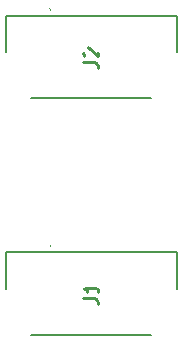
<source format=gto>
G04 #@! TF.GenerationSoftware,KiCad,Pcbnew,7.0.7-7.0.7~ubuntu22.04.1*
G04 #@! TF.CreationDate,2023-10-15T17:29:46+01:00*
G04 #@! TF.ProjectId,USB_distri,5553425f-6469-4737-9472-692e6b696361,rev?*
G04 #@! TF.SameCoordinates,Original*
G04 #@! TF.FileFunction,Legend,Top*
G04 #@! TF.FilePolarity,Positive*
%FSLAX46Y46*%
G04 Gerber Fmt 4.6, Leading zero omitted, Abs format (unit mm)*
G04 Created by KiCad (PCBNEW 7.0.7-7.0.7~ubuntu22.04.1) date 2023-10-15 17:29:46*
%MOMM*%
%LPD*%
G01*
G04 APERTURE LIST*
%ADD10C,0.254000*%
%ADD11C,0.200000*%
%ADD12C,0.100000*%
%ADD13C,3.200000*%
%ADD14R,1.500000X1.500000*%
%ADD15C,1.500000*%
%ADD16C,3.450000*%
%ADD17R,3.000000X3.000000*%
%ADD18C,3.000000*%
G04 APERTURE END LIST*
D10*
X145354318Y-63823332D02*
X146261461Y-63823332D01*
X146261461Y-63823332D02*
X146442889Y-63883809D01*
X146442889Y-63883809D02*
X146563842Y-64004761D01*
X146563842Y-64004761D02*
X146624318Y-64186190D01*
X146624318Y-64186190D02*
X146624318Y-64307142D01*
X145475270Y-63279047D02*
X145414794Y-63218571D01*
X145414794Y-63218571D02*
X145354318Y-63097618D01*
X145354318Y-63097618D02*
X145354318Y-62795237D01*
X145354318Y-62795237D02*
X145414794Y-62674285D01*
X145414794Y-62674285D02*
X145475270Y-62613809D01*
X145475270Y-62613809D02*
X145596222Y-62553332D01*
X145596222Y-62553332D02*
X145717175Y-62553332D01*
X145717175Y-62553332D02*
X145898603Y-62613809D01*
X145898603Y-62613809D02*
X146624318Y-63339523D01*
X146624318Y-63339523D02*
X146624318Y-62553332D01*
X145354318Y-83823332D02*
X146261461Y-83823332D01*
X146261461Y-83823332D02*
X146442889Y-83883809D01*
X146442889Y-83883809D02*
X146563842Y-84004761D01*
X146563842Y-84004761D02*
X146624318Y-84186190D01*
X146624318Y-84186190D02*
X146624318Y-84307142D01*
X146624318Y-82553332D02*
X146624318Y-83279047D01*
X146624318Y-82916190D02*
X145354318Y-82916190D01*
X145354318Y-82916190D02*
X145535746Y-83037142D01*
X145535746Y-83037142D02*
X145656699Y-83158094D01*
X145656699Y-83158094D02*
X145717175Y-83279047D01*
D11*
X140950000Y-66900000D02*
X151150000Y-66900000D01*
X138800000Y-63000000D02*
X138800000Y-59900000D01*
X138800000Y-59900000D02*
X153300000Y-59900000D01*
X153300000Y-59900000D02*
X153300000Y-63000000D01*
D12*
X142550000Y-59400000D02*
X142550000Y-59400000D01*
X142550000Y-59300000D02*
X142550000Y-59300000D01*
X142550000Y-59300000D02*
G75*
G03*
X142550000Y-59400000I0J-50000D01*
G01*
X142550000Y-59400000D02*
G75*
G03*
X142550000Y-59300000I0J50000D01*
G01*
D11*
X140950000Y-86900000D02*
X151150000Y-86900000D01*
X138800000Y-83000000D02*
X138800000Y-79900000D01*
X138800000Y-79900000D02*
X153300000Y-79900000D01*
X153300000Y-79900000D02*
X153300000Y-83000000D01*
D12*
X142550000Y-79400000D02*
X142550000Y-79400000D01*
X142550000Y-79300000D02*
X142550000Y-79300000D01*
X142550000Y-79300000D02*
G75*
G03*
X142550000Y-79400000I0J-50000D01*
G01*
X142550000Y-79400000D02*
G75*
G03*
X142550000Y-79300000I0J50000D01*
G01*
%LPC*%
D13*
X153400000Y-73400000D03*
X138550000Y-73400000D03*
D14*
X142550000Y-62400000D03*
D15*
X145050000Y-62400000D03*
X147050000Y-62400000D03*
X149550000Y-62400000D03*
D16*
X139480000Y-65100000D03*
X152620000Y-65100000D03*
D14*
X142550000Y-82400000D03*
D15*
X145050000Y-82400000D03*
X147050000Y-82400000D03*
X149550000Y-82400000D03*
D16*
X139480000Y-85100000D03*
X152620000Y-85100000D03*
D17*
X145800000Y-70860000D03*
D18*
X145800000Y-75940000D03*
%LPD*%
M02*

</source>
